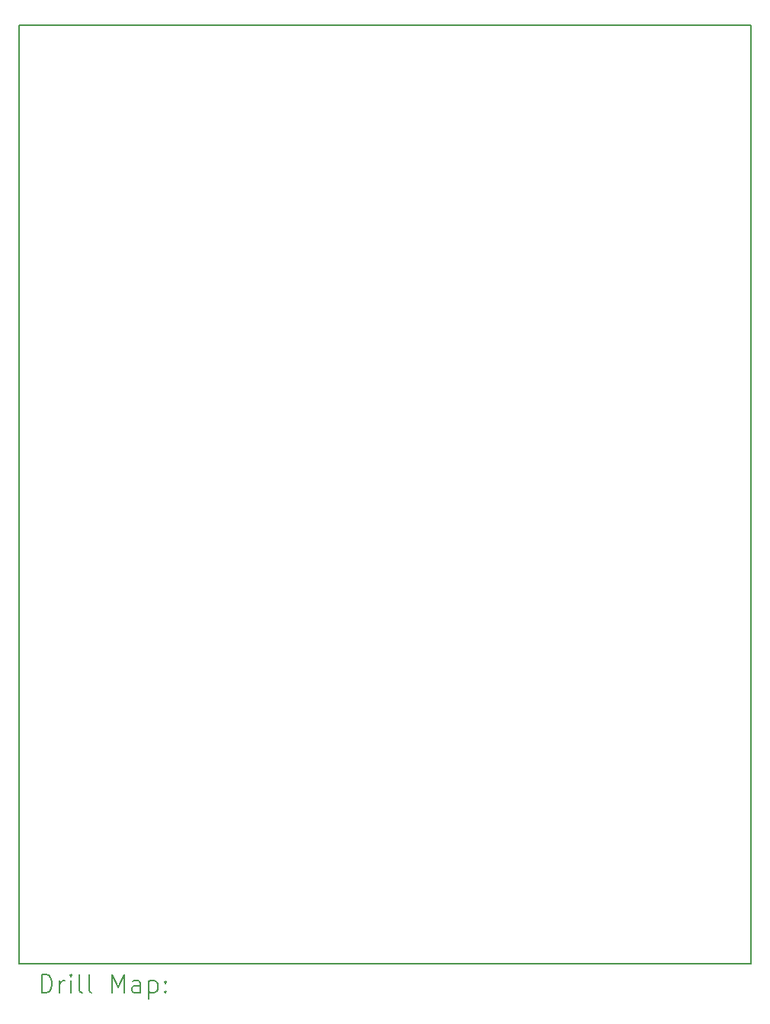
<source format=gbr>
%TF.GenerationSoftware,KiCad,Pcbnew,8.0.6*%
%TF.CreationDate,2025-03-07T13:31:51+01:00*%
%TF.ProjectId,Stromversorgung,5374726f-6d76-4657-9273-6f7267756e67,rev?*%
%TF.SameCoordinates,Original*%
%TF.FileFunction,Drillmap*%
%TF.FilePolarity,Positive*%
%FSLAX45Y45*%
G04 Gerber Fmt 4.5, Leading zero omitted, Abs format (unit mm)*
G04 Created by KiCad (PCBNEW 8.0.6) date 2025-03-07 13:31:51*
%MOMM*%
%LPD*%
G01*
G04 APERTURE LIST*
%ADD10C,0.200000*%
G04 APERTURE END LIST*
D10*
X6604000Y-3556000D02*
X14732000Y-3556000D01*
X14732000Y-13970000D01*
X6604000Y-13970000D01*
X6604000Y-3556000D01*
X6854777Y-14291484D02*
X6854777Y-14091484D01*
X6854777Y-14091484D02*
X6902396Y-14091484D01*
X6902396Y-14091484D02*
X6930967Y-14101008D01*
X6930967Y-14101008D02*
X6950015Y-14120055D01*
X6950015Y-14120055D02*
X6959539Y-14139103D01*
X6959539Y-14139103D02*
X6969062Y-14177198D01*
X6969062Y-14177198D02*
X6969062Y-14205769D01*
X6969062Y-14205769D02*
X6959539Y-14243865D01*
X6959539Y-14243865D02*
X6950015Y-14262912D01*
X6950015Y-14262912D02*
X6930967Y-14281960D01*
X6930967Y-14281960D02*
X6902396Y-14291484D01*
X6902396Y-14291484D02*
X6854777Y-14291484D01*
X7054777Y-14291484D02*
X7054777Y-14158150D01*
X7054777Y-14196246D02*
X7064301Y-14177198D01*
X7064301Y-14177198D02*
X7073824Y-14167674D01*
X7073824Y-14167674D02*
X7092872Y-14158150D01*
X7092872Y-14158150D02*
X7111920Y-14158150D01*
X7178586Y-14291484D02*
X7178586Y-14158150D01*
X7178586Y-14091484D02*
X7169062Y-14101008D01*
X7169062Y-14101008D02*
X7178586Y-14110531D01*
X7178586Y-14110531D02*
X7188110Y-14101008D01*
X7188110Y-14101008D02*
X7178586Y-14091484D01*
X7178586Y-14091484D02*
X7178586Y-14110531D01*
X7302396Y-14291484D02*
X7283348Y-14281960D01*
X7283348Y-14281960D02*
X7273824Y-14262912D01*
X7273824Y-14262912D02*
X7273824Y-14091484D01*
X7407158Y-14291484D02*
X7388110Y-14281960D01*
X7388110Y-14281960D02*
X7378586Y-14262912D01*
X7378586Y-14262912D02*
X7378586Y-14091484D01*
X7635729Y-14291484D02*
X7635729Y-14091484D01*
X7635729Y-14091484D02*
X7702396Y-14234341D01*
X7702396Y-14234341D02*
X7769062Y-14091484D01*
X7769062Y-14091484D02*
X7769062Y-14291484D01*
X7950015Y-14291484D02*
X7950015Y-14186722D01*
X7950015Y-14186722D02*
X7940491Y-14167674D01*
X7940491Y-14167674D02*
X7921443Y-14158150D01*
X7921443Y-14158150D02*
X7883348Y-14158150D01*
X7883348Y-14158150D02*
X7864301Y-14167674D01*
X7950015Y-14281960D02*
X7930967Y-14291484D01*
X7930967Y-14291484D02*
X7883348Y-14291484D01*
X7883348Y-14291484D02*
X7864301Y-14281960D01*
X7864301Y-14281960D02*
X7854777Y-14262912D01*
X7854777Y-14262912D02*
X7854777Y-14243865D01*
X7854777Y-14243865D02*
X7864301Y-14224817D01*
X7864301Y-14224817D02*
X7883348Y-14215293D01*
X7883348Y-14215293D02*
X7930967Y-14215293D01*
X7930967Y-14215293D02*
X7950015Y-14205769D01*
X8045253Y-14158150D02*
X8045253Y-14358150D01*
X8045253Y-14167674D02*
X8064301Y-14158150D01*
X8064301Y-14158150D02*
X8102396Y-14158150D01*
X8102396Y-14158150D02*
X8121443Y-14167674D01*
X8121443Y-14167674D02*
X8130967Y-14177198D01*
X8130967Y-14177198D02*
X8140491Y-14196246D01*
X8140491Y-14196246D02*
X8140491Y-14253388D01*
X8140491Y-14253388D02*
X8130967Y-14272436D01*
X8130967Y-14272436D02*
X8121443Y-14281960D01*
X8121443Y-14281960D02*
X8102396Y-14291484D01*
X8102396Y-14291484D02*
X8064301Y-14291484D01*
X8064301Y-14291484D02*
X8045253Y-14281960D01*
X8226205Y-14272436D02*
X8235729Y-14281960D01*
X8235729Y-14281960D02*
X8226205Y-14291484D01*
X8226205Y-14291484D02*
X8216682Y-14281960D01*
X8216682Y-14281960D02*
X8226205Y-14272436D01*
X8226205Y-14272436D02*
X8226205Y-14291484D01*
X8226205Y-14167674D02*
X8235729Y-14177198D01*
X8235729Y-14177198D02*
X8226205Y-14186722D01*
X8226205Y-14186722D02*
X8216682Y-14177198D01*
X8216682Y-14177198D02*
X8226205Y-14167674D01*
X8226205Y-14167674D02*
X8226205Y-14186722D01*
M02*

</source>
